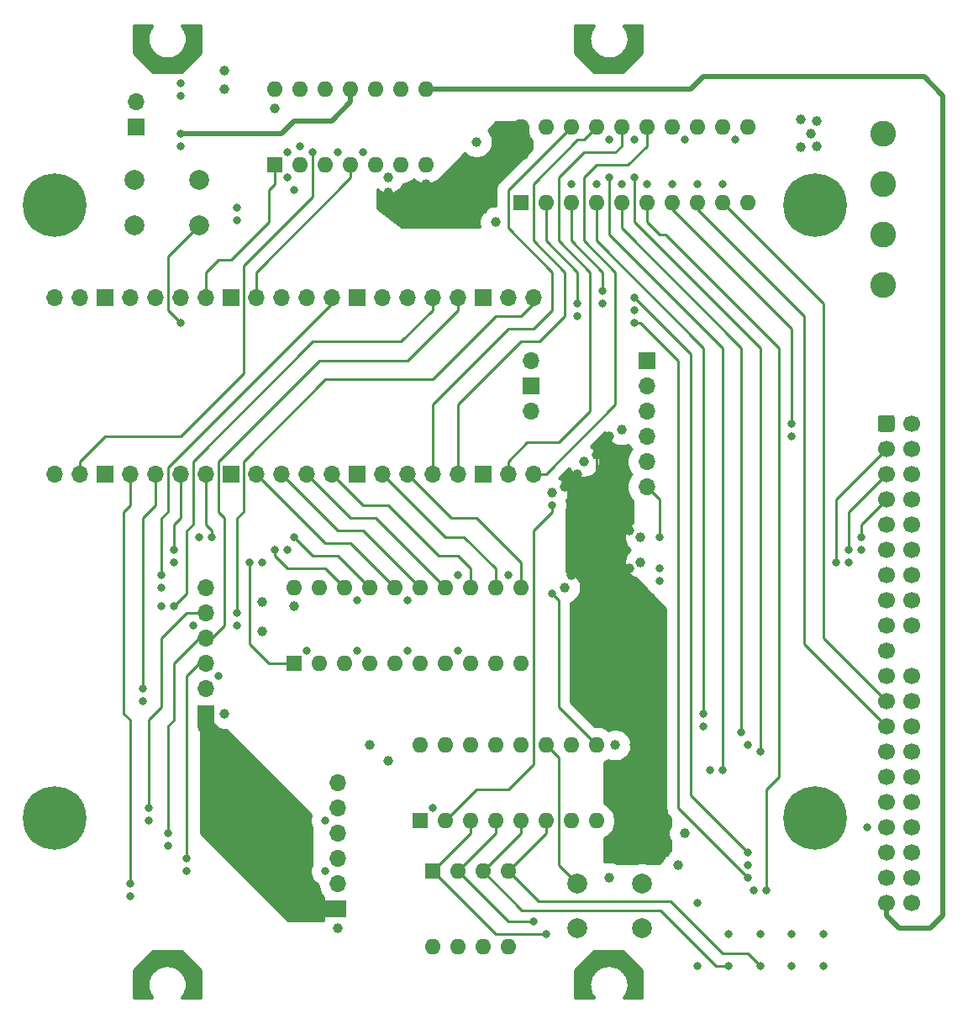
<source format=gbr>
%TF.GenerationSoftware,KiCad,Pcbnew,(5.1.9)-1*%
%TF.CreationDate,2021-10-24T18:26:44+08:00*%
%TF.ProjectId,XTA-35-TH,5854412d-3335-42d5-9448-2e6b69636164,rev?*%
%TF.SameCoordinates,Original*%
%TF.FileFunction,Copper,L3,Inr*%
%TF.FilePolarity,Positive*%
%FSLAX46Y46*%
G04 Gerber Fmt 4.6, Leading zero omitted, Abs format (unit mm)*
G04 Created by KiCad (PCBNEW (5.1.9)-1) date 2021-10-24 18:26:44*
%MOMM*%
%LPD*%
G01*
G04 APERTURE LIST*
%TA.AperFunction,ComponentPad*%
%ADD10O,1.700000X1.700000*%
%TD*%
%TA.AperFunction,ComponentPad*%
%ADD11R,1.700000X1.700000*%
%TD*%
%TA.AperFunction,ComponentPad*%
%ADD12O,1.600000X1.600000*%
%TD*%
%TA.AperFunction,ComponentPad*%
%ADD13R,1.600000X1.600000*%
%TD*%
%TA.AperFunction,ComponentPad*%
%ADD14C,1.700000*%
%TD*%
%TA.AperFunction,ComponentPad*%
%ADD15C,1.000000*%
%TD*%
%TA.AperFunction,ComponentPad*%
%ADD16C,2.000000*%
%TD*%
%TA.AperFunction,ComponentPad*%
%ADD17C,2.600000*%
%TD*%
%TA.AperFunction,ComponentPad*%
%ADD18C,6.400000*%
%TD*%
%TA.AperFunction,ViaPad*%
%ADD19C,0.800000*%
%TD*%
%TA.AperFunction,ViaPad*%
%ADD20C,1.000000*%
%TD*%
%TA.AperFunction,Conductor*%
%ADD21C,1.700000*%
%TD*%
%TA.AperFunction,Conductor*%
%ADD22C,0.250000*%
%TD*%
%TA.AperFunction,Conductor*%
%ADD23C,1.600000*%
%TD*%
%TA.AperFunction,Conductor*%
%ADD24C,0.500000*%
%TD*%
%TA.AperFunction,Conductor*%
%ADD25C,0.254000*%
%TD*%
%TA.AperFunction,Conductor*%
%ADD26C,0.100000*%
%TD*%
G04 APERTURE END LIST*
D10*
%TO.N,DBG_RX*%
%TO.C,U5*%
X153035000Y-76200000D03*
%TO.N,CFG_CLK*%
X155575000Y-76200000D03*
D11*
%TO.N,GND*%
X158115000Y-76200000D03*
D10*
%TO.N,CFG_LATCH*%
X160655000Y-76200000D03*
%TO.N,SD1_CS*%
X163195000Y-76200000D03*
%TO.N,D0_3V3*%
X165735000Y-76200000D03*
%TO.N,D1_3V3*%
X168275000Y-76200000D03*
D11*
%TO.N,GND*%
X170815000Y-76200000D03*
D10*
%TO.N,D2_3V3*%
X173355000Y-76200000D03*
%TO.N,D3_3V3*%
X175895000Y-76200000D03*
%TO.N,D4_3V3*%
X178435000Y-76200000D03*
%TO.N,D5_3V3*%
X180975000Y-76200000D03*
D11*
%TO.N,GND*%
X183515000Y-76200000D03*
D10*
%TO.N,D6_3V3*%
X186055000Y-76200000D03*
%TO.N,D7_3V3*%
X188595000Y-76200000D03*
%TO.N,A0_3V3*%
X191135000Y-76200000D03*
%TO.N,A1_3V3*%
X193675000Y-76200000D03*
D11*
%TO.N,GND*%
X196215000Y-76200000D03*
D10*
%TO.N,AEN_3V3*%
X198755000Y-76200000D03*
%TO.N,~DACK~_3V3*%
X201295000Y-76200000D03*
%TO.N,SPI_RX*%
X201295000Y-58420000D03*
%TO.N,~IOW~_3V3*%
X198755000Y-58420000D03*
D11*
%TO.N,GND*%
X196215000Y-58420000D03*
D10*
%TO.N,SPI_SCK*%
X193675000Y-58420000D03*
%TO.N,SPI_TX*%
X191135000Y-58420000D03*
%TO.N,~IOR~_3V3*%
X188595000Y-58420000D03*
%TO.N,~RESET~_3V3*%
X186055000Y-58420000D03*
D11*
%TO.N,GND*%
X183515000Y-58420000D03*
D10*
%TO.N,DATA_DIR*%
X180975000Y-58420000D03*
%TO.N,Net-(SW3-Pad1)*%
X178435000Y-58420000D03*
%TO.N,~CS~_3V3*%
X175895000Y-58420000D03*
%TO.N,~IRQ~_3V3*%
X173355000Y-58420000D03*
D11*
%TO.N,GND*%
X170815000Y-58420000D03*
D10*
%TO.N,~DRQ~_3V3*%
X168275000Y-58420000D03*
%TO.N,/ADC_VREF*%
X165735000Y-58420000D03*
%TO.N,+3V3*%
X163195000Y-58420000D03*
%TO.N,/3V3_EN*%
X160655000Y-58420000D03*
D11*
%TO.N,GND*%
X158115000Y-58420000D03*
D10*
%TO.N,VSYS*%
X155575000Y-58420000D03*
%TO.N,Net-(U5-Pad40)*%
X153035000Y-58420000D03*
%TO.N,/SWCLK*%
X201065000Y-69850000D03*
D11*
%TO.N,GND*%
X201065000Y-67310000D03*
D10*
%TO.N,/SWDIO*%
X201065000Y-64770000D03*
%TD*%
D12*
%TO.N,VSYS*%
%TO.C,U3*%
X175260000Y-37465000D03*
%TO.N,GND*%
X190500000Y-45085000D03*
%TO.N,CFG_CLK*%
X177800000Y-37465000D03*
%TO.N,IRQ*%
X187960000Y-45085000D03*
%TO.N,GND*%
X180340000Y-37465000D03*
%TO.N,Net-(R4-Pad1)*%
X185420000Y-45085000D03*
%TO.N,Net-(R1-Pad2)*%
X182880000Y-37465000D03*
%TO.N,~IRQ~_3V3*%
X182880000Y-45085000D03*
%TO.N,CFG_CLK*%
X185420000Y-37465000D03*
%TO.N,DRQ*%
X180340000Y-45085000D03*
%TO.N,GND*%
X187960000Y-37465000D03*
%TO.N,Net-(R4-Pad1)*%
X177800000Y-45085000D03*
%TO.N,~DRIVE_ACTIVE*%
X190500000Y-37465000D03*
D13*
%TO.N,~DRQ~_3V3*%
X175260000Y-45085000D03*
%TD*%
D12*
%TO.N,+3V3*%
%TO.C,U4*%
X189865000Y-103505000D03*
%TO.N,GND*%
X207645000Y-111125000D03*
X192405000Y-103505000D03*
%TO.N,Net-(U4-Pad7)*%
X205105000Y-111125000D03*
%TO.N,GND*%
X194945000Y-103505000D03*
%TO.N,/OPTION_4*%
X202565000Y-111125000D03*
%TO.N,GND*%
X197485000Y-103505000D03*
%TO.N,/OPTION_3*%
X200025000Y-111125000D03*
%TO.N,GND*%
X200025000Y-103505000D03*
%TO.N,/RESET_INVERT*%
X197485000Y-111125000D03*
%TO.N,/BOOT_INTERNAL*%
X202565000Y-103505000D03*
%TO.N,/IRQ_SELECT*%
X194945000Y-111125000D03*
%TO.N,GND*%
X205105000Y-103505000D03*
%TO.N,CFG_CLK*%
X192405000Y-111125000D03*
%TO.N,CFG_DATA*%
X207645000Y-103505000D03*
D13*
%TO.N,CFG_LATCH*%
X189865000Y-111125000D03*
%TD*%
D12*
%TO.N,+3V3*%
%TO.C,U1*%
X177165000Y-87630000D03*
%TO.N,GND*%
X200025000Y-95250000D03*
X179705000Y-87630000D03*
%TO.N,D7*%
X197485000Y-95250000D03*
%TO.N,D0_3V3*%
X182245000Y-87630000D03*
%TO.N,D6*%
X194945000Y-95250000D03*
%TO.N,D1_3V3*%
X184785000Y-87630000D03*
%TO.N,D5*%
X192405000Y-95250000D03*
%TO.N,D2_3V3*%
X187325000Y-87630000D03*
%TO.N,D4*%
X189865000Y-95250000D03*
%TO.N,D3_3V3*%
X189865000Y-87630000D03*
%TO.N,D3*%
X187325000Y-95250000D03*
%TO.N,D4_3V3*%
X192405000Y-87630000D03*
%TO.N,D2*%
X184785000Y-95250000D03*
%TO.N,D5_3V3*%
X194945000Y-87630000D03*
%TO.N,D1*%
X182245000Y-95250000D03*
%TO.N,D6_3V3*%
X197485000Y-87630000D03*
%TO.N,D0*%
X179705000Y-95250000D03*
%TO.N,D7_3V3*%
X200025000Y-87630000D03*
D13*
%TO.N,DATA_DIR*%
X177165000Y-95250000D03*
%TD*%
D12*
%TO.N,+3V3*%
%TO.C,U2*%
X200025000Y-41275000D03*
%TO.N,GND*%
X222885000Y-48895000D03*
X202565000Y-41275000D03*
%TO.N,~IOW*%
X220345000Y-48895000D03*
%TO.N,A0_3V3*%
X205105000Y-41275000D03*
%TO.N,~IOR*%
X217805000Y-48895000D03*
%TO.N,A1_3V3*%
X207645000Y-41275000D03*
%TO.N,~RESET*%
X215265000Y-48895000D03*
%TO.N,AEN_3V3*%
X210185000Y-41275000D03*
%TO.N,~CS*%
X212725000Y-48895000D03*
%TO.N,~DACK~_3V3*%
X212725000Y-41275000D03*
%TO.N,~DACK*%
X210185000Y-48895000D03*
%TO.N,~CS~_3V3*%
X215265000Y-41275000D03*
%TO.N,AEN*%
X207645000Y-48895000D03*
%TO.N,~RESET~_3V3*%
X217805000Y-41275000D03*
%TO.N,A1*%
X205105000Y-48895000D03*
%TO.N,~IOR~_3V3*%
X220345000Y-41275000D03*
%TO.N,A0*%
X202565000Y-48895000D03*
%TO.N,~IOW~_3V3*%
X222885000Y-41275000D03*
D13*
%TO.N,GND*%
X200025000Y-48895000D03*
%TD*%
D10*
%TO.N,DBG_RX*%
%TO.C,J6*%
X212725000Y-77470000D03*
%TO.N,GND*%
X212725000Y-74930000D03*
%TO.N,CFG_CLK*%
X212725000Y-72390000D03*
%TO.N,/SWCLK*%
X212725000Y-69850000D03*
%TO.N,GND*%
X212725000Y-67310000D03*
D11*
%TO.N,/SWDIO*%
X212725000Y-64770000D03*
%TD*%
D10*
%TO.N,GND*%
%TO.C,J5*%
X168275000Y-87630000D03*
%TO.N,SPI_RX*%
X168275000Y-90170000D03*
%TO.N,SPI_SCK*%
X168275000Y-92710000D03*
%TO.N,SPI_TX*%
X168275000Y-95250000D03*
%TO.N,SD1_CS*%
X168275000Y-97790000D03*
D11*
%TO.N,+3V3*%
X168275000Y-100330000D03*
%TD*%
D10*
%TO.N,GND*%
%TO.C,J4*%
X181610000Y-107315000D03*
%TO.N,SPI_RX*%
X181610000Y-109855000D03*
%TO.N,SPI_SCK*%
X181610000Y-112395000D03*
%TO.N,SPI_TX*%
X181610000Y-114935000D03*
%TO.N,CFG_LATCH*%
X181610000Y-117475000D03*
D11*
%TO.N,+3V3*%
X181610000Y-120015000D03*
%TD*%
D14*
%TO.N,GND*%
%TO.C,J1*%
X239395000Y-119380000D03*
X239395000Y-116840000D03*
X239395000Y-114300000D03*
%TO.N,Net-(J1-Pad34)*%
X239395000Y-111760000D03*
%TO.N,GND*%
X239395000Y-109220000D03*
X239395000Y-106680000D03*
X239395000Y-104140000D03*
X239395000Y-101600000D03*
X239395000Y-99060000D03*
X239395000Y-96520000D03*
X239395000Y-91440000D03*
X239395000Y-88900000D03*
X239395000Y-86360000D03*
X239395000Y-83820000D03*
X239395000Y-81280000D03*
X239395000Y-78740000D03*
X239395000Y-76200000D03*
X239395000Y-73660000D03*
X239395000Y-71120000D03*
%TO.N,~DRIVE_ACTIVE*%
X236855000Y-119380000D03*
%TO.N,~CS*%
X236855000Y-116840000D03*
%TO.N,A0*%
X236855000Y-114300000D03*
%TO.N,A1*%
X236855000Y-111760000D03*
%TO.N,IRQ*%
X236855000Y-109220000D03*
%TO.N,DRQ*%
X236855000Y-106680000D03*
%TO.N,~DACK*%
X236855000Y-104140000D03*
%TO.N,~IOR*%
X236855000Y-101600000D03*
%TO.N,~IOW*%
X236855000Y-99060000D03*
%TO.N,AEN*%
X236855000Y-96520000D03*
%TO.N,GND*%
X236855000Y-93980000D03*
%TO.N,D0*%
X236855000Y-91440000D03*
%TO.N,D1*%
X236855000Y-88900000D03*
%TO.N,D2*%
X236855000Y-86360000D03*
%TO.N,D3*%
X236855000Y-83820000D03*
%TO.N,D4*%
X236855000Y-81280000D03*
%TO.N,D5*%
X236855000Y-78740000D03*
%TO.N,D6*%
X236855000Y-76200000D03*
%TO.N,D7*%
X236855000Y-73660000D03*
%TO.N,~RESET*%
%TA.AperFunction,ComponentPad*%
G36*
G01*
X236005000Y-71720000D02*
X236005000Y-70520000D01*
G75*
G02*
X236255000Y-70270000I250000J0D01*
G01*
X237455000Y-70270000D01*
G75*
G02*
X237705000Y-70520000I0J-250000D01*
G01*
X237705000Y-71720000D01*
G75*
G02*
X237455000Y-71970000I-250000J0D01*
G01*
X236255000Y-71970000D01*
G75*
G02*
X236005000Y-71720000I0J250000D01*
G01*
G37*
%TD.AperFunction*%
%TD*%
D15*
%TO.N,/MOUNTING_3*%
%TO.C,MH3*%
X161945449Y-128254482D03*
X166894495Y-127111904D03*
X166411547Y-126076220D03*
X163296537Y-125357063D03*
X166874551Y-128254482D03*
X161925505Y-127111904D03*
X162408453Y-126076220D03*
X165523463Y-125357063D03*
X164410000Y-125100000D03*
%TD*%
%TO.N,/MOUNTING_2*%
%TO.C,MH2*%
X211374551Y-31775518D03*
X206425505Y-32918096D03*
X206908453Y-33953780D03*
X210023463Y-34672937D03*
X206445449Y-31775518D03*
X211394495Y-32918096D03*
X210911547Y-33953780D03*
X207796537Y-34672937D03*
X208910000Y-34930000D03*
%TD*%
%TO.N,/MOUNTING_1*%
%TO.C,MH1*%
X166874551Y-31775518D03*
X161925505Y-32918096D03*
X162408453Y-33953780D03*
X165523463Y-34672937D03*
X161945449Y-31775518D03*
X166894495Y-32918096D03*
X166411547Y-33953780D03*
X163296537Y-34672937D03*
X164410000Y-34930000D03*
%TD*%
%TO.N,/MOUNTING_4*%
%TO.C,MH4*%
X206445449Y-128254482D03*
X211394495Y-127111904D03*
X210911547Y-126076220D03*
X207796537Y-125357063D03*
X211374551Y-128254482D03*
X206425505Y-127111904D03*
X206908453Y-126076220D03*
X210023463Y-125357063D03*
X208910000Y-125100000D03*
%TD*%
D16*
%TO.N,Net-(SW3-Pad1)*%
%TO.C,SW3*%
X161140000Y-51120000D03*
%TO.N,GND*%
X161140000Y-46620000D03*
%TO.N,Net-(SW3-Pad1)*%
X167640000Y-51120000D03*
%TO.N,GND*%
X167640000Y-46620000D03*
%TD*%
%TO.N,/BOOT_INTERNAL*%
%TO.C,SW2*%
X212240000Y-117475000D03*
%TO.N,GND*%
X212240000Y-121975000D03*
%TO.N,/BOOT_INTERNAL*%
X205740000Y-117475000D03*
%TO.N,GND*%
X205740000Y-121975000D03*
%TD*%
D13*
%TO.N,/IRQ_SELECT*%
%TO.C,SW1*%
X191135000Y-116205000D03*
D12*
%TO.N,GND*%
X198755000Y-123825000D03*
%TO.N,/RESET_INVERT*%
X193675000Y-116205000D03*
%TO.N,GND*%
X196215000Y-123825000D03*
%TO.N,/OPTION_3*%
X196215000Y-116205000D03*
%TO.N,GND*%
X193675000Y-123825000D03*
%TO.N,/OPTION_4*%
X198755000Y-116205000D03*
%TO.N,GND*%
X191135000Y-123825000D03*
%TD*%
D10*
%TO.N,Net-(J3-Pad2)*%
%TO.C,J3*%
X161290000Y-38735000D03*
D11*
%TO.N,Net-(J3-Pad1)*%
X161290000Y-41275000D03*
%TD*%
D17*
%TO.N,/5V_IN*%
%TO.C,J2*%
X236550000Y-41910000D03*
%TO.N,GND*%
X236550000Y-46990000D03*
X236550000Y-52070000D03*
%TO.N,Net-(J2-Pad1)*%
X236550000Y-57150000D03*
%TD*%
D18*
%TO.N,N/C*%
%TO.C,MH5*%
X153090000Y-49150000D03*
%TD*%
%TO.N,N/C*%
%TO.C,MH7*%
X153090000Y-110870000D03*
%TD*%
%TO.N,N/C*%
%TO.C,MH8*%
X229690000Y-110870000D03*
%TD*%
%TO.N,N/C*%
%TO.C,MH6*%
X229690000Y-49150000D03*
%TD*%
D19*
%TO.N,GND*%
X234315000Y-83820000D03*
X233045000Y-85090000D03*
X227330000Y-72390000D03*
D20*
X175260000Y-39370000D03*
D19*
X167640000Y-82550000D03*
X165100000Y-85090000D03*
X173990000Y-85090000D03*
X176530000Y-83820000D03*
X163830000Y-87630000D03*
D20*
X181610000Y-121920000D03*
X170180000Y-100330000D03*
D19*
X180340000Y-116205000D03*
X180340000Y-111125000D03*
X191135000Y-109855000D03*
X234950000Y-111760000D03*
X166370000Y-116205000D03*
X160655000Y-118745000D03*
X161925000Y-99060000D03*
X162560000Y-111125000D03*
X164465000Y-113665000D03*
X169545000Y-96520000D03*
X167005000Y-91440000D03*
D20*
X173990000Y-89105000D03*
X173990000Y-92055000D03*
X195580000Y-42750000D03*
D19*
X222885000Y-103505000D03*
X218440000Y-101600000D03*
X219075000Y-106045000D03*
X211455000Y-59690000D03*
X222885000Y-115570000D03*
X223520000Y-118110000D03*
D20*
X210185000Y-71755000D03*
X203200000Y-78105000D03*
X206375000Y-74930000D03*
X208915000Y-116840000D03*
X215900000Y-115570000D03*
X209550000Y-103505000D03*
X216535000Y-112395000D03*
X186690000Y-105055010D03*
X177165000Y-89535000D03*
X204470000Y-87630000D03*
X212090000Y-82550000D03*
X212090000Y-85090000D03*
D19*
X221615000Y-42545000D03*
X216535000Y-42545000D03*
X211455000Y-42545000D03*
X208915000Y-42545000D03*
X220345000Y-46990000D03*
X217805000Y-46990000D03*
X215265000Y-46990000D03*
X212725000Y-46990000D03*
X210185000Y-46990000D03*
X207645000Y-46990000D03*
X205105000Y-46990000D03*
X193675000Y-93980000D03*
X188595000Y-93980000D03*
X183515000Y-93980000D03*
X178435000Y-93980000D03*
X198755000Y-86360000D03*
X193675000Y-86360000D03*
X188595000Y-88900000D03*
X183515000Y-88900000D03*
X184150000Y-43815000D03*
X176530000Y-43815000D03*
D20*
X170180000Y-35560000D03*
X229870000Y-43180000D03*
X229870000Y-40640000D03*
D19*
X213995000Y-86995000D03*
D20*
X186690000Y-46355000D03*
X197485000Y-50800000D03*
D19*
X171450000Y-91440000D03*
X163830000Y-89535000D03*
X177800000Y-43180000D03*
X181610000Y-43815000D03*
X165735000Y-43180000D03*
X165735000Y-36830000D03*
X171450000Y-50673000D03*
X208280000Y-59055000D03*
X205740000Y-60325000D03*
X176530000Y-46355000D03*
D20*
%TO.N,+3V3*%
X208915000Y-72390000D03*
X196215000Y-49530000D03*
D19*
X230505000Y-122555000D03*
X227330000Y-122555000D03*
X224155000Y-122555000D03*
X220980000Y-122555000D03*
X217805000Y-119380000D03*
D20*
X184785000Y-103505000D03*
X204470000Y-77470000D03*
X205740000Y-76200000D03*
X207645000Y-74295000D03*
X208915000Y-114935000D03*
X214630000Y-114300000D03*
X208915000Y-109220000D03*
X208915000Y-105410000D03*
X208915000Y-101600000D03*
X211455000Y-103505000D03*
X214630000Y-111760000D03*
X208915000Y-113030000D03*
X205105000Y-86360000D03*
X211010010Y-85725000D03*
X211010010Y-81915000D03*
X190500000Y-46990000D03*
X186690000Y-47879000D03*
%TO.N,VSYS*%
X229235000Y-41910000D03*
D19*
X165735000Y-38100000D03*
D20*
X228219000Y-40513000D03*
X228219000Y-43307000D03*
X170180000Y-37465000D03*
D19*
X171450000Y-49403000D03*
%TO.N,Net-(R1-Pad2)*%
X165735000Y-41910000D03*
%TO.N,CFG_DATA*%
X213995000Y-85725000D03*
X203200000Y-88265000D03*
%TO.N,DBG_RX*%
X213995000Y-82550000D03*
%TO.N,DATA_DIR*%
X172720000Y-85090000D03*
X163830000Y-86360000D03*
%TO.N,Net-(SW3-Pad1)*%
X165735000Y-60960000D03*
%TO.N,D1_3V3*%
X168910000Y-82550000D03*
X177165000Y-82550000D03*
%TO.N,D0_3V3*%
X165100000Y-83820000D03*
X175260000Y-83820000D03*
%TO.N,CFG_CLK*%
X203200000Y-79375000D03*
X179070000Y-43815000D03*
%TO.N,/BOOT_INTERNAL*%
X230505000Y-125730000D03*
%TO.N,~CS*%
X224790000Y-118110000D03*
%TO.N,A0*%
X211455000Y-60960000D03*
X222885000Y-116840000D03*
X205740000Y-59055000D03*
%TO.N,A1*%
X211455000Y-58420000D03*
X222885000Y-114300000D03*
X208280000Y-57785000D03*
%TO.N,IRQ*%
X220345000Y-106045000D03*
X208915000Y-46355000D03*
%TO.N,DRQ*%
X224155000Y-104140000D03*
X211455000Y-46355000D03*
%TO.N,~DACK*%
X222250000Y-102235000D03*
%TO.N,AEN*%
X218440000Y-100330000D03*
%TO.N,D5*%
X234315000Y-82550000D03*
%TO.N,D6*%
X233045000Y-83820000D03*
%TO.N,D7*%
X231775000Y-85090000D03*
%TO.N,~RESET*%
X227330000Y-71120000D03*
%TO.N,/IRQ_SELECT*%
X202565000Y-122555000D03*
X217805000Y-125730000D03*
%TO.N,/RESET_INVERT*%
X227330000Y-125730000D03*
X201295000Y-121285000D03*
%TO.N,CFG_LATCH*%
X160655000Y-117475000D03*
%TO.N,Net-(R4-Pad1)*%
X177165000Y-47625000D03*
%TO.N,SD1_CS*%
X161925000Y-97790000D03*
%TO.N,/OPTION_3*%
X220980000Y-125730000D03*
%TO.N,/OPTION_4*%
X224155000Y-125730000D03*
%TO.N,SPI_RX*%
X162560000Y-109855000D03*
X171450000Y-90170000D03*
%TO.N,SPI_SCK*%
X164465000Y-112395000D03*
%TO.N,SPI_TX*%
X166370000Y-114935012D03*
X165100000Y-89535000D03*
%TD*%
D21*
%TO.N,+3V3*%
X181610000Y-120015000D02*
X178435000Y-120015000D01*
X168275000Y-100330000D02*
X168275000Y-101600000D01*
X168275000Y-101600000D02*
X170180000Y-103505000D01*
D22*
X207645000Y-86360000D02*
X205105000Y-86360000D01*
X207645000Y-74295000D02*
X207645000Y-86360000D01*
D23*
X200025000Y-41275000D02*
X200025000Y-43815000D01*
D22*
X200025000Y-43815000D02*
X200025000Y-44450000D01*
X196215000Y-48260000D02*
X196215000Y-49530000D01*
X200025000Y-44450000D02*
X196215000Y-48260000D01*
X187071000Y-48260000D02*
X186690000Y-47879000D01*
X190500000Y-46990000D02*
X190500000Y-48260000D01*
X190500000Y-48260000D02*
X187071000Y-48260000D01*
X196215000Y-48260000D02*
X190500000Y-48260000D01*
D24*
%TO.N,Net-(R1-Pad2)*%
X182880000Y-38735000D02*
X182880000Y-37465000D01*
X177165000Y-40640000D02*
X175895000Y-41910000D01*
X180975000Y-40640000D02*
X177165000Y-40640000D01*
X165735000Y-41910000D02*
X175895000Y-41910000D01*
X180975000Y-40640000D02*
X182880000Y-38735000D01*
D22*
%TO.N,CFG_DATA*%
X203835000Y-99695000D02*
X207645000Y-103505000D01*
X203835000Y-88900000D02*
X203835000Y-99695000D01*
X203200000Y-88265000D02*
X203835000Y-88900000D01*
%TO.N,DBG_RX*%
X213995000Y-78740000D02*
X212725000Y-77470000D01*
X213995000Y-82550000D02*
X213995000Y-78740000D01*
%TO.N,DATA_DIR*%
X172720000Y-93345000D02*
X172720000Y-85090000D01*
X174625000Y-95250000D02*
X172720000Y-93345000D01*
X177165000Y-95250000D02*
X174625000Y-95250000D01*
X180975000Y-59055000D02*
X180975000Y-58420000D01*
X164465000Y-75565000D02*
X180975000Y-59055000D01*
X164465000Y-80010000D02*
X164465000Y-75565000D01*
X163830000Y-80645000D02*
X164465000Y-80010000D01*
X163830000Y-86360000D02*
X163830000Y-80645000D01*
%TO.N,Net-(SW3-Pad1)*%
X164465000Y-59690000D02*
X165735000Y-60960000D01*
X164465000Y-54295000D02*
X164465000Y-59690000D01*
X167640000Y-51120000D02*
X164465000Y-54295000D01*
%TO.N,~IRQ~_3V3*%
X182880000Y-46355000D02*
X182880000Y-45085000D01*
X173355000Y-55880000D02*
X182880000Y-46355000D01*
X173355000Y-58420000D02*
X173355000Y-55880000D01*
%TO.N,~DRQ~_3V3*%
X168275000Y-55880000D02*
X168275000Y-58420000D01*
X169545000Y-54610000D02*
X168275000Y-55880000D01*
X170815000Y-54610000D02*
X169545000Y-54610000D01*
X174625000Y-50800000D02*
X170815000Y-54610000D01*
X174625000Y-47625000D02*
X174625000Y-50800000D01*
X175260000Y-46990000D02*
X174625000Y-47625000D01*
X175260000Y-45085000D02*
X175260000Y-46990000D01*
%TO.N,~DACK~_3V3*%
X209550000Y-55880000D02*
X206375000Y-52705000D01*
X209550000Y-69215000D02*
X209550000Y-55880000D01*
X202565000Y-76200000D02*
X209550000Y-69215000D01*
X201295000Y-76200000D02*
X202565000Y-76200000D01*
X210820000Y-45085000D02*
X212725000Y-43180000D01*
X207645000Y-45085000D02*
X210820000Y-45085000D01*
X206375000Y-46355000D02*
X207645000Y-45085000D01*
X212725000Y-43180000D02*
X212725000Y-41275000D01*
X206375000Y-52705000D02*
X206375000Y-46355000D01*
%TO.N,AEN_3V3*%
X207010000Y-55880000D02*
X203835000Y-52705000D01*
X207010000Y-69850000D02*
X207010000Y-55880000D01*
X203835000Y-73025000D02*
X207010000Y-69850000D01*
X200660000Y-73025000D02*
X203835000Y-73025000D01*
X198755000Y-74930000D02*
X200660000Y-73025000D01*
X198755000Y-76200000D02*
X198755000Y-74930000D01*
X209550000Y-43815000D02*
X210185000Y-43180000D01*
X206375000Y-43815000D02*
X209550000Y-43815000D01*
X203835000Y-46355000D02*
X206375000Y-43815000D01*
X210185000Y-43180000D02*
X210185000Y-41275000D01*
X203835000Y-52705000D02*
X203835000Y-46355000D01*
%TO.N,A1_3V3*%
X204470000Y-60325000D02*
X204470000Y-55880000D01*
X201930000Y-62865000D02*
X204470000Y-60325000D01*
X200025000Y-62865000D02*
X201930000Y-62865000D01*
X204470000Y-55880000D02*
X201295000Y-52705000D01*
X193675000Y-69215000D02*
X200025000Y-62865000D01*
X193675000Y-76200000D02*
X193675000Y-69215000D01*
X206375000Y-42545000D02*
X207645000Y-41275000D01*
X205740000Y-42545000D02*
X206375000Y-42545000D01*
X201295000Y-46990000D02*
X205740000Y-42545000D01*
X201295000Y-52705000D02*
X201295000Y-46990000D01*
%TO.N,A0_3V3*%
X201295000Y-61595000D02*
X198755000Y-61595000D01*
X203200000Y-59690000D02*
X201295000Y-61595000D01*
X203200000Y-55880000D02*
X203200000Y-59690000D01*
X198755000Y-51435000D02*
X203200000Y-55880000D01*
X198755000Y-61595000D02*
X191135000Y-69215000D01*
X191135000Y-69215000D02*
X191135000Y-76200000D01*
X198755000Y-48260000D02*
X198755000Y-51435000D01*
X198755000Y-47625000D02*
X198755000Y-48260000D01*
X205105000Y-41275000D02*
X198755000Y-47625000D01*
%TO.N,D7_3V3*%
X200025000Y-85090000D02*
X200025000Y-87630000D01*
X195580000Y-80645000D02*
X200025000Y-85090000D01*
X193040000Y-80645000D02*
X195580000Y-80645000D01*
X188595000Y-76200000D02*
X193040000Y-80645000D01*
%TO.N,D6_3V3*%
X197485000Y-85725000D02*
X197485000Y-87630000D01*
X194310000Y-82550000D02*
X197485000Y-85725000D01*
X192405000Y-82550000D02*
X194310000Y-82550000D01*
X186055000Y-76200000D02*
X192405000Y-82550000D01*
%TO.N,D5_3V3*%
X191770000Y-84455000D02*
X193675000Y-84455000D01*
X193675000Y-84455000D02*
X194945000Y-85725000D01*
X186690000Y-79375000D02*
X191770000Y-84455000D01*
X194945000Y-85725000D02*
X194945000Y-87630000D01*
X184150000Y-79375000D02*
X186690000Y-79375000D01*
X180975000Y-76200000D02*
X184150000Y-79375000D01*
%TO.N,D4_3V3*%
X185420000Y-80645000D02*
X192405000Y-87630000D01*
X182880000Y-80645000D02*
X185420000Y-80645000D01*
X178435000Y-76200000D02*
X182880000Y-80645000D01*
%TO.N,D3_3V3*%
X184150000Y-81915000D02*
X189865000Y-87630000D01*
X181610000Y-81915000D02*
X184150000Y-81915000D01*
X175895000Y-76200000D02*
X181610000Y-81915000D01*
%TO.N,D2_3V3*%
X182880000Y-83185000D02*
X187325000Y-87630000D01*
X180340000Y-83185000D02*
X182880000Y-83185000D01*
X173355000Y-76200000D02*
X180340000Y-83185000D01*
%TO.N,D1_3V3*%
X168910000Y-81915000D02*
X168910000Y-82550000D01*
X168275000Y-81280000D02*
X168910000Y-81915000D01*
X168275000Y-76200000D02*
X168275000Y-81280000D01*
X181610000Y-84455000D02*
X184785000Y-87630000D01*
X179070000Y-84455000D02*
X181610000Y-84455000D01*
X177165000Y-82550000D02*
X179070000Y-84455000D01*
%TO.N,D0_3V3*%
X165735000Y-80645000D02*
X165735000Y-76200000D01*
X165100000Y-81280000D02*
X165735000Y-80645000D01*
X165100000Y-83820000D02*
X165100000Y-81280000D01*
X175260000Y-84455000D02*
X176530000Y-85725000D01*
X175260000Y-83820000D02*
X175260000Y-84455000D01*
X180340000Y-85725000D02*
X182245000Y-87630000D01*
X176530000Y-85725000D02*
X180340000Y-85725000D01*
%TO.N,CFG_CLK*%
X195580000Y-107950000D02*
X192405000Y-111125000D01*
X198755000Y-107950000D02*
X195580000Y-107950000D01*
X201295000Y-105410000D02*
X198755000Y-107950000D01*
X201295000Y-81915000D02*
X201295000Y-105410000D01*
X203200000Y-80010000D02*
X201295000Y-81915000D01*
X203200000Y-79375000D02*
X203200000Y-80010000D01*
X155575000Y-74930000D02*
X155575000Y-76200000D01*
X158115000Y-72390000D02*
X155575000Y-74930000D01*
X172085000Y-66040000D02*
X165735000Y-72390000D01*
X172085000Y-55244295D02*
X172085000Y-66040000D01*
X179070000Y-48259295D02*
X172085000Y-55244295D01*
X165735000Y-72390000D02*
X158115000Y-72390000D01*
X179070000Y-43815000D02*
X179070000Y-48259295D01*
%TO.N,/BOOT_INTERNAL*%
X203835000Y-104775000D02*
X202565000Y-103505000D01*
X203835000Y-115570000D02*
X203835000Y-104775000D01*
X205740000Y-117475000D02*
X203835000Y-115570000D01*
D24*
%TO.N,~DRIVE_ACTIVE*%
X217170000Y-37465000D02*
X190500000Y-37465000D01*
X240665000Y-36195000D02*
X218440000Y-36195000D01*
X218440000Y-36195000D02*
X217170000Y-37465000D01*
X242570000Y-38100000D02*
X240665000Y-36195000D01*
X242570000Y-120650000D02*
X242570000Y-38100000D01*
X241300000Y-121920000D02*
X242570000Y-120650000D01*
X238125000Y-121920000D02*
X241300000Y-121920000D01*
X236855000Y-120650000D02*
X238125000Y-121920000D01*
X236855000Y-119380000D02*
X236855000Y-120650000D01*
D22*
%TO.N,~CS*%
X224790000Y-107950000D02*
X224790000Y-118110000D01*
X226060000Y-106680000D02*
X224790000Y-107950000D01*
X226060000Y-63500000D02*
X226060000Y-106680000D01*
X214630000Y-52070000D02*
X226060000Y-63500000D01*
X213995000Y-52070000D02*
X214630000Y-52070000D01*
X212725000Y-50800000D02*
X213995000Y-52070000D01*
X212725000Y-48895000D02*
X212725000Y-50800000D01*
%TO.N,A0*%
X212090000Y-60960000D02*
X211455000Y-60960000D01*
X215900000Y-109855000D02*
X215900000Y-64770000D01*
X215900000Y-64770000D02*
X212090000Y-60960000D01*
X222885000Y-116840000D02*
X215900000Y-109855000D01*
X202565000Y-52705000D02*
X202565000Y-49530000D01*
X205740000Y-55880000D02*
X202565000Y-52705000D01*
X205740000Y-59055000D02*
X205740000Y-55880000D01*
%TO.N,A1*%
X217170000Y-64135000D02*
X211455000Y-58420000D01*
X217170000Y-108585000D02*
X217170000Y-64135000D01*
X222885000Y-114300000D02*
X217170000Y-108585000D01*
X205105000Y-52705000D02*
X205105000Y-49530000D01*
X208280000Y-55880000D02*
X205105000Y-52705000D01*
X208280000Y-57785000D02*
X208280000Y-55880000D01*
%TO.N,IRQ*%
X220345000Y-63501410D02*
X220345000Y-106045000D01*
X208915000Y-52070000D02*
X220345000Y-63500000D01*
X208915000Y-46355000D02*
X208915000Y-52070000D01*
%TO.N,DRQ*%
X224155000Y-63500000D02*
X224155000Y-104140000D01*
X211455000Y-50800000D02*
X224155000Y-63500000D01*
X211455000Y-46355000D02*
X211455000Y-50800000D01*
%TO.N,~DACK*%
X222239921Y-102224921D02*
X222250000Y-102235000D01*
X222239921Y-64124921D02*
X222239921Y-102224921D01*
X222250000Y-63500000D02*
X210185000Y-51435000D01*
X222250000Y-64135000D02*
X222250000Y-63500000D01*
X210185000Y-51435000D02*
X210185000Y-49530000D01*
%TO.N,~IOR*%
X217805000Y-49530000D02*
X228600000Y-60325000D01*
X228600000Y-93345000D02*
X236855000Y-101600000D01*
X228600000Y-60325000D02*
X228600000Y-93345000D01*
%TO.N,~IOW*%
X230505000Y-59055000D02*
X220345000Y-48895000D01*
X230505000Y-92710000D02*
X230505000Y-59055000D01*
X236855000Y-99060000D02*
X230505000Y-92710000D01*
%TO.N,AEN*%
X218440000Y-63500000D02*
X218440000Y-100330000D01*
X207645000Y-52705000D02*
X218440000Y-63500000D01*
X207645000Y-49530000D02*
X207645000Y-52705000D01*
%TO.N,D5*%
X234315000Y-81280000D02*
X236855000Y-78740000D01*
X234315000Y-82550000D02*
X234315000Y-81280000D01*
%TO.N,D6*%
X233045000Y-80010000D02*
X236855000Y-76200000D01*
X233045000Y-83820000D02*
X233045000Y-80010000D01*
%TO.N,D7*%
X231775000Y-78740000D02*
X236855000Y-73660000D01*
X231775000Y-85090000D02*
X231775000Y-78740000D01*
%TO.N,~RESET*%
X227330000Y-61595000D02*
X215265000Y-49530000D01*
X227330000Y-71120000D02*
X227330000Y-61595000D01*
%TO.N,/IRQ_SELECT*%
X194945000Y-112395000D02*
X194945000Y-111125000D01*
X191135000Y-116205000D02*
X194945000Y-112395000D01*
X197485000Y-122555000D02*
X202565000Y-122555000D01*
X191135000Y-116205000D02*
X197485000Y-122555000D01*
%TO.N,/RESET_INVERT*%
X197485000Y-112395000D02*
X197485000Y-111125000D01*
X193675000Y-116205000D02*
X197485000Y-112395000D01*
X193675000Y-116205000D02*
X198755000Y-121285000D01*
X198755000Y-121285000D02*
X201295000Y-121285000D01*
%TO.N,CFG_LATCH*%
X160655000Y-100965000D02*
X160655000Y-117475000D01*
X160020000Y-100330000D02*
X160655000Y-100965000D01*
X160020000Y-80010000D02*
X160020000Y-100330000D01*
X160655000Y-79375000D02*
X160020000Y-80010000D01*
X160655000Y-76200000D02*
X160655000Y-79375000D01*
%TO.N,SD1_CS*%
X161925000Y-80645000D02*
X161925000Y-97790000D01*
X163195000Y-79375000D02*
X161925000Y-80645000D01*
X163195000Y-76200000D02*
X163195000Y-79375000D01*
%TO.N,/OPTION_3*%
X200025000Y-112395000D02*
X200025000Y-111125000D01*
X196215000Y-116205000D02*
X200025000Y-112395000D01*
X200152000Y-120142000D02*
X196215000Y-116205000D01*
X214122000Y-120142000D02*
X200152000Y-120142000D01*
X219710000Y-125730000D02*
X214122000Y-120142000D01*
X220980000Y-125730000D02*
X219710000Y-125730000D01*
%TO.N,/OPTION_4*%
X202565000Y-112395000D02*
X202565000Y-111125000D01*
X198755000Y-116205000D02*
X202565000Y-112395000D01*
X201803000Y-119253000D02*
X198755000Y-116205000D01*
X215138000Y-119253000D02*
X201803000Y-119253000D01*
X220345000Y-124460000D02*
X215138000Y-119253000D01*
X222885000Y-124460000D02*
X220345000Y-124460000D01*
X224155000Y-125730000D02*
X222885000Y-124460000D01*
%TO.N,SPI_RX*%
X168275000Y-90170000D02*
X167640000Y-90170000D01*
X163830000Y-99695000D02*
X163830000Y-92710000D01*
X162560000Y-100965000D02*
X163830000Y-99695000D01*
X162560000Y-109855000D02*
X162560000Y-100965000D01*
X201295000Y-59055000D02*
X201295000Y-58420000D01*
X200025000Y-60325000D02*
X201295000Y-59055000D01*
X197485000Y-60325000D02*
X200025000Y-60325000D01*
X172085000Y-74950749D02*
X180360749Y-66675000D01*
X191135000Y-66675000D02*
X197485000Y-60325000D01*
X172085000Y-80010000D02*
X172085000Y-74950749D01*
X171450000Y-80645000D02*
X172085000Y-80010000D01*
X180360749Y-66675000D02*
X191135000Y-66675000D01*
X171450000Y-90170000D02*
X171450000Y-80645000D01*
X168275000Y-90170000D02*
X166370000Y-90170000D01*
X166370000Y-90170000D02*
X163830000Y-92710000D01*
%TO.N,SPI_SCK*%
X167640000Y-92710000D02*
X168275000Y-92710000D01*
X165100000Y-95250000D02*
X167640000Y-92710000D01*
X165100000Y-100965000D02*
X165100000Y-95250000D01*
X164465000Y-101600000D02*
X165100000Y-100965000D01*
X164465000Y-112395000D02*
X164465000Y-101600000D01*
X168910000Y-92710000D02*
X168275000Y-92710000D01*
X170180000Y-80645000D02*
X170180000Y-91440000D01*
X169545000Y-80010000D02*
X170180000Y-80645000D01*
X169545000Y-74930000D02*
X169545000Y-80010000D01*
X179705000Y-64770000D02*
X169545000Y-74930000D01*
X188595000Y-64770000D02*
X179705000Y-64770000D01*
X193675000Y-59690000D02*
X188595000Y-64770000D01*
X170180000Y-91440000D02*
X168910000Y-92710000D01*
X193675000Y-58420000D02*
X193675000Y-59690000D01*
%TO.N,SPI_TX*%
X166370000Y-96520000D02*
X166370000Y-114935012D01*
X167640000Y-95250000D02*
X166370000Y-96520000D01*
X168275000Y-95250000D02*
X167640000Y-95250000D01*
X168275000Y-95250000D02*
X168910000Y-95250000D01*
X166370000Y-81915000D02*
X166370000Y-88265000D01*
X167005000Y-81280000D02*
X166370000Y-81915000D01*
X167005000Y-74930000D02*
X167005000Y-81280000D01*
X179070000Y-62865000D02*
X167005000Y-74930000D01*
X187960000Y-62865000D02*
X179070000Y-62865000D01*
X166370000Y-88265000D02*
X165100000Y-89535000D01*
X191135000Y-59690000D02*
X187960000Y-62865000D01*
X191135000Y-58420000D02*
X191135000Y-59690000D01*
%TD*%
D25*
%TO.N,/MOUNTING_4*%
X212233000Y-126192606D02*
X212233000Y-129008000D01*
X210393371Y-129008000D01*
X210393371Y-128898078D01*
X210523149Y-128736666D01*
X210540604Y-128709992D01*
X210558459Y-128683521D01*
X210560767Y-128679181D01*
X210705438Y-128402451D01*
X210717383Y-128372885D01*
X210729752Y-128343461D01*
X210731172Y-128338756D01*
X210819338Y-128039195D01*
X210825310Y-128007887D01*
X210831732Y-127976604D01*
X210832211Y-127971712D01*
X210860512Y-127660732D01*
X210860290Y-127628902D01*
X210860513Y-127596928D01*
X210860033Y-127592036D01*
X210827392Y-127281481D01*
X210820975Y-127250222D01*
X210814999Y-127218891D01*
X210813578Y-127214186D01*
X210721239Y-126915886D01*
X210708892Y-126886515D01*
X210696925Y-126856895D01*
X210694618Y-126852556D01*
X210546096Y-126577871D01*
X210528271Y-126551444D01*
X210510788Y-126524727D01*
X210507681Y-126520918D01*
X210308636Y-126280314D01*
X210286019Y-126257855D01*
X210263676Y-126235039D01*
X210259889Y-126231906D01*
X210017900Y-126034545D01*
X209991360Y-126016912D01*
X209965005Y-125998866D01*
X209960681Y-125996529D01*
X209684968Y-125849929D01*
X209655477Y-125837774D01*
X209626146Y-125825202D01*
X209621451Y-125823749D01*
X209322513Y-125733495D01*
X209291230Y-125727301D01*
X209260012Y-125720665D01*
X209255124Y-125720152D01*
X208944349Y-125689680D01*
X208928667Y-125689680D01*
X208913066Y-125688013D01*
X208908151Y-125688005D01*
X208891396Y-125688093D01*
X208876042Y-125689680D01*
X208875652Y-125689680D01*
X208875532Y-125689704D01*
X208860119Y-125689650D01*
X208855229Y-125690147D01*
X208544791Y-125723871D01*
X208513588Y-125730389D01*
X208482244Y-125736482D01*
X208477544Y-125737919D01*
X208179568Y-125831299D01*
X208150223Y-125843755D01*
X208120662Y-125855819D01*
X208116331Y-125858142D01*
X207842167Y-126007621D01*
X207815802Y-126025539D01*
X207789145Y-126043115D01*
X207785347Y-126046235D01*
X207545439Y-126246119D01*
X207523055Y-126268818D01*
X207500322Y-126291236D01*
X207497203Y-126295034D01*
X207300688Y-126537710D01*
X207283129Y-126564340D01*
X207265193Y-126590732D01*
X207262870Y-126595063D01*
X207117234Y-126871287D01*
X207105199Y-126900780D01*
X207092714Y-126930191D01*
X207091278Y-126934892D01*
X207002067Y-127234143D01*
X206995988Y-127265418D01*
X206989455Y-127296690D01*
X206988958Y-127301580D01*
X206959572Y-127612460D01*
X206959683Y-127644356D01*
X206959349Y-127676263D01*
X206959812Y-127681156D01*
X206991368Y-127991824D01*
X206997666Y-128023058D01*
X207003542Y-128054456D01*
X207004947Y-128059166D01*
X207096243Y-128357787D01*
X207108498Y-128387226D01*
X207120352Y-128416864D01*
X207122645Y-128421212D01*
X207270207Y-128696412D01*
X207287945Y-128722908D01*
X207305329Y-128749678D01*
X207308423Y-128753498D01*
X207426629Y-128897406D01*
X207426629Y-129008000D01*
X205487000Y-129008000D01*
X205487000Y-126192606D01*
X207412606Y-124267000D01*
X210307394Y-124267000D01*
X212233000Y-126192606D01*
%TA.AperFunction,Conductor*%
D26*
G36*
X212233000Y-126192606D02*
G01*
X212233000Y-129008000D01*
X210393371Y-129008000D01*
X210393371Y-128898078D01*
X210523149Y-128736666D01*
X210540604Y-128709992D01*
X210558459Y-128683521D01*
X210560767Y-128679181D01*
X210705438Y-128402451D01*
X210717383Y-128372885D01*
X210729752Y-128343461D01*
X210731172Y-128338756D01*
X210819338Y-128039195D01*
X210825310Y-128007887D01*
X210831732Y-127976604D01*
X210832211Y-127971712D01*
X210860512Y-127660732D01*
X210860290Y-127628902D01*
X210860513Y-127596928D01*
X210860033Y-127592036D01*
X210827392Y-127281481D01*
X210820975Y-127250222D01*
X210814999Y-127218891D01*
X210813578Y-127214186D01*
X210721239Y-126915886D01*
X210708892Y-126886515D01*
X210696925Y-126856895D01*
X210694618Y-126852556D01*
X210546096Y-126577871D01*
X210528271Y-126551444D01*
X210510788Y-126524727D01*
X210507681Y-126520918D01*
X210308636Y-126280314D01*
X210286019Y-126257855D01*
X210263676Y-126235039D01*
X210259889Y-126231906D01*
X210017900Y-126034545D01*
X209991360Y-126016912D01*
X209965005Y-125998866D01*
X209960681Y-125996529D01*
X209684968Y-125849929D01*
X209655477Y-125837774D01*
X209626146Y-125825202D01*
X209621451Y-125823749D01*
X209322513Y-125733495D01*
X209291230Y-125727301D01*
X209260012Y-125720665D01*
X209255124Y-125720152D01*
X208944349Y-125689680D01*
X208928667Y-125689680D01*
X208913066Y-125688013D01*
X208908151Y-125688005D01*
X208891396Y-125688093D01*
X208876042Y-125689680D01*
X208875652Y-125689680D01*
X208875532Y-125689704D01*
X208860119Y-125689650D01*
X208855229Y-125690147D01*
X208544791Y-125723871D01*
X208513588Y-125730389D01*
X208482244Y-125736482D01*
X208477544Y-125737919D01*
X208179568Y-125831299D01*
X208150223Y-125843755D01*
X208120662Y-125855819D01*
X208116331Y-125858142D01*
X207842167Y-126007621D01*
X207815802Y-126025539D01*
X207789145Y-126043115D01*
X207785347Y-126046235D01*
X207545439Y-126246119D01*
X207523055Y-126268818D01*
X207500322Y-126291236D01*
X207497203Y-126295034D01*
X207300688Y-126537710D01*
X207283129Y-126564340D01*
X207265193Y-126590732D01*
X207262870Y-126595063D01*
X207117234Y-126871287D01*
X207105199Y-126900780D01*
X207092714Y-126930191D01*
X207091278Y-126934892D01*
X207002067Y-127234143D01*
X206995988Y-127265418D01*
X206989455Y-127296690D01*
X206988958Y-127301580D01*
X206959572Y-127612460D01*
X206959683Y-127644356D01*
X206959349Y-127676263D01*
X206959812Y-127681156D01*
X206991368Y-127991824D01*
X206997666Y-128023058D01*
X207003542Y-128054456D01*
X207004947Y-128059166D01*
X207096243Y-128357787D01*
X207108498Y-128387226D01*
X207120352Y-128416864D01*
X207122645Y-128421212D01*
X207270207Y-128696412D01*
X207287945Y-128722908D01*
X207305329Y-128749678D01*
X207308423Y-128753498D01*
X207426629Y-128897406D01*
X207426629Y-129008000D01*
X205487000Y-129008000D01*
X205487000Y-126192606D01*
X207412606Y-124267000D01*
X210307394Y-124267000D01*
X212233000Y-126192606D01*
G37*
%TD.AperFunction*%
%TD*%
D25*
%TO.N,/MOUNTING_3*%
X167783000Y-126192606D02*
X167783000Y-129008000D01*
X165893371Y-129008000D01*
X165893371Y-128898078D01*
X166023149Y-128736666D01*
X166040604Y-128709992D01*
X166058459Y-128683521D01*
X166060767Y-128679181D01*
X166205438Y-128402451D01*
X166217383Y-128372885D01*
X166229752Y-128343461D01*
X166231172Y-128338756D01*
X166319338Y-128039195D01*
X166325310Y-128007887D01*
X166331732Y-127976604D01*
X166332211Y-127971712D01*
X166360512Y-127660732D01*
X166360290Y-127628902D01*
X166360513Y-127596928D01*
X166360033Y-127592036D01*
X166327392Y-127281481D01*
X166320975Y-127250222D01*
X166314999Y-127218891D01*
X166313578Y-127214186D01*
X166221239Y-126915886D01*
X166208892Y-126886515D01*
X166196925Y-126856895D01*
X166194618Y-126852556D01*
X166046096Y-126577871D01*
X166028271Y-126551444D01*
X166010788Y-126524727D01*
X166007681Y-126520918D01*
X165808636Y-126280314D01*
X165786019Y-126257855D01*
X165763676Y-126235039D01*
X165759889Y-126231906D01*
X165517900Y-126034545D01*
X165491360Y-126016912D01*
X165465005Y-125998866D01*
X165460681Y-125996529D01*
X165184968Y-125849929D01*
X165155477Y-125837774D01*
X165126146Y-125825202D01*
X165121451Y-125823749D01*
X164822513Y-125733495D01*
X164791230Y-125727301D01*
X164760012Y-125720665D01*
X164755124Y-125720152D01*
X164444349Y-125689680D01*
X164428667Y-125689680D01*
X164413066Y-125688013D01*
X164408151Y-125688005D01*
X164391396Y-125688093D01*
X164376042Y-125689680D01*
X164375652Y-125689680D01*
X164375532Y-125689704D01*
X164360119Y-125689650D01*
X164355229Y-125690147D01*
X164044791Y-125723871D01*
X164013588Y-125730389D01*
X163982244Y-125736482D01*
X163977544Y-125737919D01*
X163679568Y-125831299D01*
X163650223Y-125843755D01*
X163620662Y-125855819D01*
X163616331Y-125858142D01*
X163342167Y-126007621D01*
X163315802Y-126025539D01*
X163289145Y-126043115D01*
X163285347Y-126046235D01*
X163045439Y-126246119D01*
X163023055Y-126268818D01*
X163000322Y-126291236D01*
X162997203Y-126295034D01*
X162800688Y-126537710D01*
X162783129Y-126564340D01*
X162765193Y-126590732D01*
X162762870Y-126595063D01*
X162617234Y-126871287D01*
X162605199Y-126900780D01*
X162592714Y-126930191D01*
X162591278Y-126934892D01*
X162502067Y-127234143D01*
X162495988Y-127265418D01*
X162489455Y-127296690D01*
X162488958Y-127301580D01*
X162459572Y-127612460D01*
X162459683Y-127644356D01*
X162459349Y-127676263D01*
X162459812Y-127681156D01*
X162491368Y-127991824D01*
X162497666Y-128023058D01*
X162503542Y-128054456D01*
X162504947Y-128059166D01*
X162596243Y-128357787D01*
X162608498Y-128387226D01*
X162620352Y-128416864D01*
X162622645Y-128421212D01*
X162770207Y-128696412D01*
X162787945Y-128722908D01*
X162805329Y-128749678D01*
X162808423Y-128753498D01*
X162926629Y-128897406D01*
X162926629Y-129008000D01*
X161037000Y-129008000D01*
X161037000Y-126192606D01*
X162962606Y-124267000D01*
X165857394Y-124267000D01*
X167783000Y-126192606D01*
%TA.AperFunction,Conductor*%
D26*
G36*
X167783000Y-126192606D02*
G01*
X167783000Y-129008000D01*
X165893371Y-129008000D01*
X165893371Y-128898078D01*
X166023149Y-128736666D01*
X166040604Y-128709992D01*
X166058459Y-128683521D01*
X166060767Y-128679181D01*
X166205438Y-128402451D01*
X166217383Y-128372885D01*
X166229752Y-128343461D01*
X166231172Y-128338756D01*
X166319338Y-128039195D01*
X166325310Y-128007887D01*
X166331732Y-127976604D01*
X166332211Y-127971712D01*
X166360512Y-127660732D01*
X166360290Y-127628902D01*
X166360513Y-127596928D01*
X166360033Y-127592036D01*
X166327392Y-127281481D01*
X166320975Y-127250222D01*
X166314999Y-127218891D01*
X166313578Y-127214186D01*
X166221239Y-126915886D01*
X166208892Y-126886515D01*
X166196925Y-126856895D01*
X166194618Y-126852556D01*
X166046096Y-126577871D01*
X166028271Y-126551444D01*
X166010788Y-126524727D01*
X166007681Y-126520918D01*
X165808636Y-126280314D01*
X165786019Y-126257855D01*
X165763676Y-126235039D01*
X165759889Y-126231906D01*
X165517900Y-126034545D01*
X165491360Y-126016912D01*
X165465005Y-125998866D01*
X165460681Y-125996529D01*
X165184968Y-125849929D01*
X165155477Y-125837774D01*
X165126146Y-125825202D01*
X165121451Y-125823749D01*
X164822513Y-125733495D01*
X164791230Y-125727301D01*
X164760012Y-125720665D01*
X164755124Y-125720152D01*
X164444349Y-125689680D01*
X164428667Y-125689680D01*
X164413066Y-125688013D01*
X164408151Y-125688005D01*
X164391396Y-125688093D01*
X164376042Y-125689680D01*
X164375652Y-125689680D01*
X164375532Y-125689704D01*
X164360119Y-125689650D01*
X164355229Y-125690147D01*
X164044791Y-125723871D01*
X164013588Y-125730389D01*
X163982244Y-125736482D01*
X163977544Y-125737919D01*
X163679568Y-125831299D01*
X163650223Y-125843755D01*
X163620662Y-125855819D01*
X163616331Y-125858142D01*
X163342167Y-126007621D01*
X163315802Y-126025539D01*
X163289145Y-126043115D01*
X163285347Y-126046235D01*
X163045439Y-126246119D01*
X163023055Y-126268818D01*
X163000322Y-126291236D01*
X162997203Y-126295034D01*
X162800688Y-126537710D01*
X162783129Y-126564340D01*
X162765193Y-126590732D01*
X162762870Y-126595063D01*
X162617234Y-126871287D01*
X162605199Y-126900780D01*
X162592714Y-126930191D01*
X162591278Y-126934892D01*
X162502067Y-127234143D01*
X162495988Y-127265418D01*
X162489455Y-127296690D01*
X162488958Y-127301580D01*
X162459572Y-127612460D01*
X162459683Y-127644356D01*
X162459349Y-127676263D01*
X162459812Y-127681156D01*
X162491368Y-127991824D01*
X162497666Y-128023058D01*
X162503542Y-128054456D01*
X162504947Y-128059166D01*
X162596243Y-128357787D01*
X162608498Y-128387226D01*
X162620352Y-128416864D01*
X162622645Y-128421212D01*
X162770207Y-128696412D01*
X162787945Y-128722908D01*
X162805329Y-128749678D01*
X162808423Y-128753498D01*
X162926629Y-128897406D01*
X162926629Y-129008000D01*
X161037000Y-129008000D01*
X161037000Y-126192606D01*
X162962606Y-124267000D01*
X165857394Y-124267000D01*
X167783000Y-126192606D01*
G37*
%TD.AperFunction*%
%TD*%
D25*
%TO.N,/MOUNTING_1*%
X162926629Y-31131922D02*
X162796850Y-31293334D01*
X162779385Y-31320024D01*
X162761541Y-31346478D01*
X162759234Y-31350818D01*
X162614562Y-31627549D01*
X162602612Y-31657126D01*
X162590248Y-31686539D01*
X162588828Y-31691244D01*
X162500662Y-31990805D01*
X162494688Y-32022119D01*
X162488268Y-32053396D01*
X162487789Y-32058288D01*
X162459488Y-32369268D01*
X162459710Y-32401099D01*
X162459487Y-32433073D01*
X162459967Y-32437964D01*
X162492608Y-32748520D01*
X162499026Y-32779786D01*
X162505001Y-32811109D01*
X162506422Y-32815814D01*
X162598761Y-33114114D01*
X162611108Y-33143485D01*
X162623075Y-33173105D01*
X162625383Y-33177445D01*
X162773904Y-33452129D01*
X162791735Y-33478565D01*
X162809213Y-33505274D01*
X162812319Y-33509082D01*
X163011365Y-33749687D01*
X163033981Y-33772145D01*
X163056324Y-33794961D01*
X163060111Y-33798094D01*
X163302100Y-33995455D01*
X163328658Y-34013100D01*
X163354996Y-34031134D01*
X163359319Y-34033471D01*
X163635033Y-34180071D01*
X163664484Y-34192210D01*
X163693853Y-34204798D01*
X163698549Y-34206251D01*
X163997486Y-34296505D01*
X164028763Y-34302698D01*
X164059987Y-34309335D01*
X164064876Y-34309848D01*
X164375650Y-34340320D01*
X164391333Y-34340320D01*
X164406934Y-34341987D01*
X164411849Y-34341995D01*
X164428604Y-34341907D01*
X164443958Y-34340320D01*
X164444348Y-34340320D01*
X164444468Y-34340296D01*
X164459880Y-34340350D01*
X164464770Y-34339853D01*
X164775209Y-34306129D01*
X164806412Y-34299611D01*
X164837756Y-34293518D01*
X164842456Y-34292081D01*
X165140432Y-34198701D01*
X165169777Y-34186245D01*
X165199338Y-34174181D01*
X165203669Y-34171858D01*
X165477834Y-34022379D01*
X165504193Y-34004465D01*
X165530855Y-33986885D01*
X165534653Y-33983765D01*
X165774561Y-33783881D01*
X165796962Y-33761165D01*
X165819678Y-33738764D01*
X165822797Y-33734966D01*
X166019313Y-33492289D01*
X166036866Y-33465669D01*
X166054807Y-33439269D01*
X166057130Y-33434937D01*
X166202766Y-33158713D01*
X166214807Y-33129206D01*
X166227286Y-33099808D01*
X166228722Y-33095108D01*
X166317934Y-32795856D01*
X166324019Y-32764549D01*
X166330546Y-32733309D01*
X166331042Y-32728419D01*
X166360428Y-32417540D01*
X166360317Y-32385645D01*
X166360651Y-32353737D01*
X166360188Y-32348844D01*
X166328632Y-32038177D01*
X166322335Y-32006950D01*
X166316458Y-31975544D01*
X166315053Y-31970833D01*
X166223756Y-31672213D01*
X166211511Y-31642795D01*
X166199648Y-31613136D01*
X166197355Y-31608788D01*
X166049793Y-31333588D01*
X166032055Y-31307092D01*
X166014671Y-31280322D01*
X166011577Y-31276502D01*
X165893371Y-31132595D01*
X165893371Y-31012000D01*
X167783000Y-31012000D01*
X167783000Y-33837394D01*
X165857394Y-35763000D01*
X162962606Y-35763000D01*
X161037000Y-33837394D01*
X161037000Y-31012000D01*
X162926629Y-31012000D01*
X162926629Y-31131922D01*
%TA.AperFunction,Conductor*%
D26*
G36*
X162926629Y-31131922D02*
G01*
X162796850Y-31293334D01*
X162779385Y-31320024D01*
X162761541Y-31346478D01*
X162759234Y-31350818D01*
X162614562Y-31627549D01*
X162602612Y-31657126D01*
X162590248Y-31686539D01*
X162588828Y-31691244D01*
X162500662Y-31990805D01*
X162494688Y-32022119D01*
X162488268Y-32053396D01*
X162487789Y-32058288D01*
X162459488Y-32369268D01*
X162459710Y-32401099D01*
X162459487Y-32433073D01*
X162459967Y-32437964D01*
X162492608Y-32748520D01*
X162499026Y-32779786D01*
X162505001Y-32811109D01*
X162506422Y-32815814D01*
X162598761Y-33114114D01*
X162611108Y-33143485D01*
X162623075Y-33173105D01*
X162625383Y-33177445D01*
X162773904Y-33452129D01*
X162791735Y-33478565D01*
X162809213Y-33505274D01*
X162812319Y-33509082D01*
X163011365Y-33749687D01*
X163033981Y-33772145D01*
X163056324Y-33794961D01*
X163060111Y-33798094D01*
X163302100Y-33995455D01*
X163328658Y-34013100D01*
X163354996Y-34031134D01*
X163359319Y-34033471D01*
X163635033Y-34180071D01*
X163664484Y-34192210D01*
X163693853Y-34204798D01*
X163698549Y-34206251D01*
X163997486Y-34296505D01*
X164028763Y-34302698D01*
X164059987Y-34309335D01*
X164064876Y-34309848D01*
X164375650Y-34340320D01*
X164391333Y-34340320D01*
X164406934Y-34341987D01*
X164411849Y-34341995D01*
X164428604Y-34341907D01*
X164443958Y-34340320D01*
X164444348Y-34340320D01*
X164444468Y-34340296D01*
X164459880Y-34340350D01*
X164464770Y-34339853D01*
X164775209Y-34306129D01*
X164806412Y-34299611D01*
X164837756Y-34293518D01*
X164842456Y-34292081D01*
X165140432Y-34198701D01*
X165169777Y-34186245D01*
X165199338Y-34174181D01*
X165203669Y-34171858D01*
X165477834Y-34022379D01*
X165504193Y-34004465D01*
X165530855Y-33986885D01*
X165534653Y-33983765D01*
X165774561Y-33783881D01*
X165796962Y-33761165D01*
X165819678Y-33738764D01*
X165822797Y-33734966D01*
X166019313Y-33492289D01*
X166036866Y-33465669D01*
X166054807Y-33439269D01*
X166057130Y-33434937D01*
X166202766Y-33158713D01*
X166214807Y-33129206D01*
X166227286Y-33099808D01*
X166228722Y-33095108D01*
X166317934Y-32795856D01*
X166324019Y-32764549D01*
X166330546Y-32733309D01*
X166331042Y-32728419D01*
X166360428Y-32417540D01*
X166360317Y-32385645D01*
X166360651Y-32353737D01*
X166360188Y-32348844D01*
X166328632Y-32038177D01*
X166322335Y-32006950D01*
X166316458Y-31975544D01*
X166315053Y-31970833D01*
X166223756Y-31672213D01*
X166211511Y-31642795D01*
X166199648Y-31613136D01*
X166197355Y-31608788D01*
X166049793Y-31333588D01*
X166032055Y-31307092D01*
X166014671Y-31280322D01*
X166011577Y-31276502D01*
X165893371Y-31132595D01*
X165893371Y-31012000D01*
X167783000Y-31012000D01*
X167783000Y-33837394D01*
X165857394Y-35763000D01*
X162962606Y-35763000D01*
X161037000Y-33837394D01*
X161037000Y-31012000D01*
X162926629Y-31012000D01*
X162926629Y-31131922D01*
G37*
%TD.AperFunction*%
%TD*%
D25*
%TO.N,/MOUNTING_2*%
X207426629Y-31131922D02*
X207296850Y-31293334D01*
X207279385Y-31320024D01*
X207261541Y-31346478D01*
X207259234Y-31350818D01*
X207114562Y-31627549D01*
X207102612Y-31657126D01*
X207090248Y-31686539D01*
X207088828Y-31691244D01*
X207000662Y-31990805D01*
X206994688Y-32022119D01*
X206988268Y-32053396D01*
X206987789Y-32058288D01*
X206959488Y-32369268D01*
X206959710Y-32401099D01*
X206959487Y-32433073D01*
X206959967Y-32437964D01*
X206992608Y-32748520D01*
X206999026Y-32779786D01*
X207005001Y-32811109D01*
X207006422Y-32815814D01*
X207098761Y-33114114D01*
X207111108Y-33143485D01*
X207123075Y-33173105D01*
X207125383Y-33177445D01*
X207273904Y-33452129D01*
X207291735Y-33478565D01*
X207309213Y-33505274D01*
X207312319Y-33509082D01*
X207511365Y-33749687D01*
X207533981Y-33772145D01*
X207556324Y-33794961D01*
X207560111Y-33798094D01*
X207802100Y-33995455D01*
X207828658Y-34013100D01*
X207854996Y-34031134D01*
X207859319Y-34033471D01*
X208135033Y-34180071D01*
X208164484Y-34192210D01*
X208193853Y-34204798D01*
X208198549Y-34206251D01*
X208497486Y-34296505D01*
X208528763Y-34302698D01*
X208559987Y-34309335D01*
X208564876Y-34309848D01*
X208875650Y-34340320D01*
X208891333Y-34340320D01*
X208906934Y-34341987D01*
X208911849Y-34341995D01*
X208928604Y-34341907D01*
X208943958Y-34340320D01*
X208944348Y-34340320D01*
X208944468Y-34340296D01*
X208959880Y-34340350D01*
X208964770Y-34339853D01*
X209275209Y-34306129D01*
X209306412Y-34299611D01*
X209337756Y-34293518D01*
X209342456Y-34292081D01*
X209640432Y-34198701D01*
X209669777Y-34186245D01*
X209699338Y-34174181D01*
X209703669Y-34171858D01*
X209977834Y-34022379D01*
X210004193Y-34004465D01*
X210030855Y-33986885D01*
X210034653Y-33983765D01*
X210274561Y-33783881D01*
X210296962Y-33761165D01*
X210319678Y-33738764D01*
X210322797Y-33734966D01*
X210519313Y-33492289D01*
X210536866Y-33465669D01*
X210554807Y-33439269D01*
X210557130Y-33434937D01*
X210702766Y-33158713D01*
X210714807Y-33129206D01*
X210727286Y-33099808D01*
X210728722Y-33095108D01*
X210817934Y-32795856D01*
X210824019Y-32764549D01*
X210830546Y-32733309D01*
X210831042Y-32728419D01*
X210860428Y-32417540D01*
X210860317Y-32385645D01*
X210860651Y-32353737D01*
X210860188Y-32348844D01*
X210828632Y-32038177D01*
X210822335Y-32006950D01*
X210816458Y-31975544D01*
X210815053Y-31970833D01*
X210723756Y-31672213D01*
X210711511Y-31642795D01*
X210699648Y-31613136D01*
X210697355Y-31608788D01*
X210549793Y-31333588D01*
X210532055Y-31307092D01*
X210514671Y-31280322D01*
X210511577Y-31276502D01*
X210393371Y-31132595D01*
X210393371Y-31012000D01*
X212233000Y-31012000D01*
X212233000Y-33837394D01*
X210307394Y-35763000D01*
X207412606Y-35763000D01*
X205487000Y-33837394D01*
X205487000Y-31012000D01*
X207426629Y-31012000D01*
X207426629Y-31131922D01*
%TA.AperFunction,Conductor*%
D26*
G36*
X207426629Y-31131922D02*
G01*
X207296850Y-31293334D01*
X207279385Y-31320024D01*
X207261541Y-31346478D01*
X207259234Y-31350818D01*
X207114562Y-31627549D01*
X207102612Y-31657126D01*
X207090248Y-31686539D01*
X207088828Y-31691244D01*
X207000662Y-31990805D01*
X206994688Y-32022119D01*
X206988268Y-32053396D01*
X206987789Y-32058288D01*
X206959488Y-32369268D01*
X206959710Y-32401099D01*
X206959487Y-32433073D01*
X206959967Y-32437964D01*
X206992608Y-32748520D01*
X206999026Y-32779786D01*
X207005001Y-32811109D01*
X207006422Y-32815814D01*
X207098761Y-33114114D01*
X207111108Y-33143485D01*
X207123075Y-33173105D01*
X207125383Y-33177445D01*
X207273904Y-33452129D01*
X207291735Y-33478565D01*
X207309213Y-33505274D01*
X207312319Y-33509082D01*
X207511365Y-33749687D01*
X207533981Y-33772145D01*
X207556324Y-33794961D01*
X207560111Y-33798094D01*
X207802100Y-33995455D01*
X207828658Y-34013100D01*
X207854996Y-34031134D01*
X207859319Y-34033471D01*
X208135033Y-34180071D01*
X208164484Y-34192210D01*
X208193853Y-34204798D01*
X208198549Y-34206251D01*
X208497486Y-34296505D01*
X208528763Y-34302698D01*
X208559987Y-34309335D01*
X208564876Y-34309848D01*
X208875650Y-34340320D01*
X208891333Y-34340320D01*
X208906934Y-34341987D01*
X208911849Y-34341995D01*
X208928604Y-34341907D01*
X208943958Y-34340320D01*
X208944348Y-34340320D01*
X208944468Y-34340296D01*
X208959880Y-34340350D01*
X208964770Y-34339853D01*
X209275209Y-34306129D01*
X209306412Y-34299611D01*
X209337756Y-34293518D01*
X209342456Y-34292081D01*
X209640432Y-34198701D01*
X209669777Y-34186245D01*
X209699338Y-34174181D01*
X209703669Y-34171858D01*
X209977834Y-34022379D01*
X210004193Y-34004465D01*
X210030855Y-33986885D01*
X210034653Y-33983765D01*
X210274561Y-33783881D01*
X210296962Y-33761165D01*
X210319678Y-33738764D01*
X210322797Y-33734966D01*
X210519313Y-33492289D01*
X210536866Y-33465669D01*
X210554807Y-33439269D01*
X210557130Y-33434937D01*
X210702766Y-33158713D01*
X210714807Y-33129206D01*
X210727286Y-33099808D01*
X210728722Y-33095108D01*
X210817934Y-32795856D01*
X210824019Y-32764549D01*
X210830546Y-32733309D01*
X210831042Y-32728419D01*
X210860428Y-32417540D01*
X210860317Y-32385645D01*
X210860651Y-32353737D01*
X210860188Y-32348844D01*
X210828632Y-32038177D01*
X210822335Y-32006950D01*
X210816458Y-31975544D01*
X210815053Y-31970833D01*
X210723756Y-31672213D01*
X210711511Y-31642795D01*
X210699648Y-31613136D01*
X210697355Y-31608788D01*
X210549793Y-31333588D01*
X210532055Y-31307092D01*
X210514671Y-31280322D01*
X210511577Y-31276502D01*
X210393371Y-31132595D01*
X210393371Y-31012000D01*
X212233000Y-31012000D01*
X212233000Y-33837394D01*
X210307394Y-35763000D01*
X207412606Y-35763000D01*
X205487000Y-33837394D01*
X205487000Y-31012000D01*
X207426629Y-31012000D01*
X207426629Y-31131922D01*
G37*
%TD.AperFunction*%
%TD*%
D25*
%TO.N,+3V3*%
X168402000Y-101656250D02*
X168560750Y-101815000D01*
X169125000Y-101818072D01*
X169249482Y-101805812D01*
X169369180Y-101769502D01*
X169389550Y-101758614D01*
X169409327Y-101771828D01*
X169705422Y-101894475D01*
X170019755Y-101957000D01*
X170340245Y-101957000D01*
X170354549Y-101954155D01*
X178932692Y-110532298D01*
X178871681Y-110679590D01*
X178813000Y-110974604D01*
X178813000Y-111275396D01*
X178871681Y-111570410D01*
X178943000Y-111742588D01*
X178943000Y-115587412D01*
X178871681Y-115759590D01*
X178813000Y-116054604D01*
X178813000Y-116355396D01*
X178871681Y-116650410D01*
X178943000Y-116822588D01*
X178943000Y-116840000D01*
X178945440Y-116864776D01*
X178952667Y-116888601D01*
X178964403Y-116910557D01*
X178980197Y-116929803D01*
X179003080Y-116952686D01*
X179153901Y-117178406D01*
X179366594Y-117391099D01*
X179592314Y-117541920D01*
X179633000Y-117582606D01*
X179633000Y-117669718D01*
X179708975Y-118051670D01*
X179858005Y-118411461D01*
X180074364Y-118735264D01*
X180201646Y-118862546D01*
X180170498Y-118920820D01*
X180134188Y-119040518D01*
X180121928Y-119165000D01*
X180125000Y-119729250D01*
X180283750Y-119888000D01*
X181483000Y-119888000D01*
X181483000Y-120142000D01*
X180283750Y-120142000D01*
X180125000Y-120300750D01*
X180121928Y-120865000D01*
X180134188Y-120989482D01*
X180170498Y-121109180D01*
X180181386Y-121129550D01*
X180168172Y-121149327D01*
X180164580Y-121158000D01*
X176582606Y-121158000D01*
X167767000Y-112342394D01*
X167767000Y-101816210D01*
X167989250Y-101815000D01*
X168148000Y-101656250D01*
X168148000Y-100457000D01*
X168402000Y-100457000D01*
X168402000Y-101656250D01*
%TA.AperFunction,Conductor*%
D26*
G36*
X168402000Y-101656250D02*
G01*
X168560750Y-101815000D01*
X169125000Y-101818072D01*
X169249482Y-101805812D01*
X169369180Y-101769502D01*
X169389550Y-101758614D01*
X169409327Y-101771828D01*
X169705422Y-101894475D01*
X170019755Y-101957000D01*
X170340245Y-101957000D01*
X170354549Y-101954155D01*
X178932692Y-110532298D01*
X178871681Y-110679590D01*
X178813000Y-110974604D01*
X178813000Y-111275396D01*
X178871681Y-111570410D01*
X178943000Y-111742588D01*
X178943000Y-115587412D01*
X178871681Y-115759590D01*
X178813000Y-116054604D01*
X178813000Y-116355396D01*
X178871681Y-116650410D01*
X178943000Y-116822588D01*
X178943000Y-116840000D01*
X178945440Y-116864776D01*
X178952667Y-116888601D01*
X178964403Y-116910557D01*
X178980197Y-116929803D01*
X179003080Y-116952686D01*
X179153901Y-117178406D01*
X179366594Y-117391099D01*
X179592314Y-117541920D01*
X179633000Y-117582606D01*
X179633000Y-117669718D01*
X179708975Y-118051670D01*
X179858005Y-118411461D01*
X180074364Y-118735264D01*
X180201646Y-118862546D01*
X180170498Y-118920820D01*
X180134188Y-119040518D01*
X180121928Y-119165000D01*
X180125000Y-119729250D01*
X180283750Y-119888000D01*
X181483000Y-119888000D01*
X181483000Y-120142000D01*
X180283750Y-120142000D01*
X180125000Y-120300750D01*
X180121928Y-120865000D01*
X180134188Y-120989482D01*
X180170498Y-121109180D01*
X180181386Y-121129550D01*
X180168172Y-121149327D01*
X180164580Y-121158000D01*
X176582606Y-121158000D01*
X167767000Y-112342394D01*
X167767000Y-101816210D01*
X167989250Y-101815000D01*
X168148000Y-101656250D01*
X168148000Y-100457000D01*
X168402000Y-100457000D01*
X168402000Y-101656250D01*
G37*
%TD.AperFunction*%
%TD*%
D25*
%TO.N,+3V3*%
X208620525Y-72229578D02*
X208743172Y-72525673D01*
X208921227Y-72792152D01*
X209147848Y-73018773D01*
X209414327Y-73196828D01*
X209710422Y-73319475D01*
X210024755Y-73382000D01*
X210345245Y-73382000D01*
X210659578Y-73319475D01*
X210854238Y-73238844D01*
X211035731Y-73420337D01*
X211189364Y-73650264D01*
X211199100Y-73660000D01*
X211189364Y-73669736D01*
X210973005Y-73993539D01*
X210823975Y-74353330D01*
X210748000Y-74735282D01*
X210748000Y-75124718D01*
X210823975Y-75506670D01*
X210973005Y-75866461D01*
X211189364Y-76190264D01*
X211199100Y-76200000D01*
X211189364Y-76209736D01*
X210973005Y-76533539D01*
X210823975Y-76893330D01*
X210748000Y-77275282D01*
X210748000Y-77664718D01*
X210823975Y-78046670D01*
X210973005Y-78406461D01*
X211189364Y-78730264D01*
X211328000Y-78868900D01*
X211328000Y-81104580D01*
X211319327Y-81108172D01*
X211052848Y-81286227D01*
X210826227Y-81512848D01*
X210648172Y-81779327D01*
X210525525Y-82075422D01*
X210463000Y-82389755D01*
X210463000Y-82710245D01*
X210525525Y-83024578D01*
X210648172Y-83320673D01*
X210826227Y-83587152D01*
X211052848Y-83813773D01*
X211062167Y-83820000D01*
X211052848Y-83826227D01*
X210826227Y-84052848D01*
X210648172Y-84319327D01*
X210525525Y-84615422D01*
X210463000Y-84929755D01*
X210463000Y-85250245D01*
X210525525Y-85564578D01*
X210648172Y-85860673D01*
X210826227Y-86127152D01*
X211052848Y-86353773D01*
X211319327Y-86531828D01*
X211537658Y-86622264D01*
X212658080Y-87742686D01*
X212808901Y-87968406D01*
X213021594Y-88181099D01*
X213247314Y-88331920D01*
X214648000Y-89732606D01*
X214648000Y-109793504D01*
X214641943Y-109855000D01*
X214648000Y-109916496D01*
X214648000Y-109916497D01*
X214666116Y-110100434D01*
X214737707Y-110336437D01*
X214853964Y-110553938D01*
X215010419Y-110744581D01*
X215058192Y-110783787D01*
X215138000Y-110863595D01*
X215138000Y-111557237D01*
X215093172Y-111624327D01*
X214970525Y-111920422D01*
X214908000Y-112234755D01*
X214908000Y-112555245D01*
X214970525Y-112869578D01*
X215093172Y-113165673D01*
X215138000Y-113232763D01*
X215138000Y-114124580D01*
X215129327Y-114128172D01*
X214862848Y-114306227D01*
X214636227Y-114532848D01*
X214458172Y-114799327D01*
X214367736Y-115017658D01*
X213942394Y-115443000D01*
X212892438Y-115443000D01*
X212860423Y-115429739D01*
X212449491Y-115348000D01*
X212030509Y-115348000D01*
X211619577Y-115429739D01*
X211587562Y-115443000D01*
X209752763Y-115443000D01*
X209685673Y-115398172D01*
X209389578Y-115275525D01*
X209075245Y-115213000D01*
X208754755Y-115213000D01*
X208440422Y-115275525D01*
X208407000Y-115289369D01*
X208407000Y-112895139D01*
X208557777Y-112832685D01*
X208873391Y-112621799D01*
X209141799Y-112353391D01*
X209352685Y-112037777D01*
X209497947Y-111687085D01*
X209572000Y-111314793D01*
X209572000Y-110935207D01*
X209497947Y-110562915D01*
X209352685Y-110212223D01*
X209141799Y-109896609D01*
X208873391Y-109628201D01*
X208557777Y-109417315D01*
X208407000Y-109354861D01*
X208407000Y-105275139D01*
X208557777Y-105212685D01*
X208873391Y-105001799D01*
X208884711Y-104990479D01*
X209075422Y-105069475D01*
X209389755Y-105132000D01*
X209710245Y-105132000D01*
X210024578Y-105069475D01*
X210320673Y-104946828D01*
X210587152Y-104768773D01*
X210813773Y-104542152D01*
X210991828Y-104275673D01*
X211114475Y-103979578D01*
X211177000Y-103665245D01*
X211177000Y-103344755D01*
X211114475Y-103030422D01*
X210991828Y-102734327D01*
X210813773Y-102467848D01*
X210587152Y-102241227D01*
X210320673Y-102063172D01*
X210024578Y-101940525D01*
X209710245Y-101878000D01*
X209389755Y-101878000D01*
X209075422Y-101940525D01*
X208884711Y-102019521D01*
X208873391Y-102008201D01*
X208557777Y-101797315D01*
X208207085Y-101652053D01*
X207834793Y-101578000D01*
X207488595Y-101578000D01*
X205087000Y-99176405D01*
X205087000Y-89135482D01*
X205240673Y-89071828D01*
X205507152Y-88893773D01*
X205733773Y-88667152D01*
X205911828Y-88400673D01*
X206034475Y-88104578D01*
X206097000Y-87790245D01*
X206097000Y-87469755D01*
X206034475Y-87155422D01*
X205911828Y-86859327D01*
X205733773Y-86592848D01*
X205507152Y-86366227D01*
X205240673Y-86188172D01*
X204944578Y-86065525D01*
X204630245Y-86003000D01*
X204597000Y-86003000D01*
X204597000Y-79992588D01*
X204668319Y-79820410D01*
X204727000Y-79525396D01*
X204727000Y-79224604D01*
X204668319Y-78929590D01*
X204643907Y-78870654D01*
X204764475Y-78579578D01*
X204827000Y-78265245D01*
X204827000Y-77944755D01*
X204764475Y-77630422D01*
X204641828Y-77334327D01*
X204463773Y-77067848D01*
X204237152Y-76841227D01*
X203970673Y-76663172D01*
X203901200Y-76634395D01*
X204904395Y-75631200D01*
X204933172Y-75700673D01*
X205111227Y-75967152D01*
X205337848Y-76193773D01*
X205604327Y-76371828D01*
X205900422Y-76494475D01*
X206214755Y-76557000D01*
X206535245Y-76557000D01*
X206849578Y-76494475D01*
X207145673Y-76371828D01*
X207412152Y-76193773D01*
X207638773Y-75967152D01*
X207816828Y-75700673D01*
X207939475Y-75404578D01*
X208002000Y-75090245D01*
X208002000Y-74769755D01*
X207939475Y-74455422D01*
X207816828Y-74159327D01*
X207638773Y-73892848D01*
X207412152Y-73666227D01*
X207145673Y-73488172D01*
X207076200Y-73459395D01*
X208568345Y-71967250D01*
X208620525Y-72229578D01*
%TA.AperFunction,Conductor*%
D26*
G36*
X208620525Y-72229578D02*
G01*
X208743172Y-72525673D01*
X208921227Y-72792152D01*
X209147848Y-73018773D01*
X209414327Y-73196828D01*
X209710422Y-73319475D01*
X210024755Y-73382000D01*
X210345245Y-73382000D01*
X210659578Y-73319475D01*
X210854238Y-73238844D01*
X211035731Y-73420337D01*
X211189364Y-73650264D01*
X211199100Y-73660000D01*
X211189364Y-73669736D01*
X210973005Y-73993539D01*
X210823975Y-74353330D01*
X210748000Y-74735282D01*
X210748000Y-75124718D01*
X210823975Y-75506670D01*
X210973005Y-75866461D01*
X211189364Y-76190264D01*
X211199100Y-76200000D01*
X211189364Y-76209736D01*
X210973005Y-76533539D01*
X210823975Y-76893330D01*
X210748000Y-77275282D01*
X210748000Y-77664718D01*
X210823975Y-78046670D01*
X210973005Y-78406461D01*
X211189364Y-78730264D01*
X211328000Y-78868900D01*
X211328000Y-81104580D01*
X211319327Y-81108172D01*
X211052848Y-81286227D01*
X210826227Y-81512848D01*
X210648172Y-81779327D01*
X210525525Y-82075422D01*
X210463000Y-82389755D01*
X210463000Y-82710245D01*
X210525525Y-83024578D01*
X210648172Y-83320673D01*
X210826227Y-83587152D01*
X211052848Y-83813773D01*
X211062167Y-83820000D01*
X211052848Y-83826227D01*
X210826227Y-84052848D01*
X210648172Y-84319327D01*
X210525525Y-84615422D01*
X210463000Y-84929755D01*
X210463000Y-85250245D01*
X210525525Y-85564578D01*
X210648172Y-85860673D01*
X210826227Y-86127152D01*
X211052848Y-86353773D01*
X211319327Y-86531828D01*
X211537658Y-86622264D01*
X212658080Y-87742686D01*
X212808901Y-87968406D01*
X213021594Y-88181099D01*
X213247314Y-88331920D01*
X214648000Y-89732606D01*
X214648000Y-109793504D01*
X214641943Y-109855000D01*
X214648000Y-109916496D01*
X214648000Y-109916497D01*
X214666116Y-110100434D01*
X214737707Y-110336437D01*
X214853964Y-110553938D01*
X215010419Y-110744581D01*
X215058192Y-110783787D01*
X215138000Y-110863595D01*
X215138000Y-111557237D01*
X215093172Y-111624327D01*
X214970525Y-111920422D01*
X214908000Y-112234755D01*
X214908000Y-112555245D01*
X214970525Y-112869578D01*
X215093172Y-113165673D01*
X215138000Y-113232763D01*
X215138000Y-114124580D01*
X215129327Y-114128172D01*
X214862848Y-114306227D01*
X214636227Y-114532848D01*
X214458172Y-114799327D01*
X214367736Y-115017658D01*
X213942394Y-115443000D01*
X212892438Y-115443000D01*
X212860423Y-115429739D01*
X212449491Y-115348000D01*
X212030509Y-115348000D01*
X211619577Y-115429739D01*
X211587562Y-115443000D01*
X209752763Y-115443000D01*
X209685673Y-115398172D01*
X209389578Y-115275525D01*
X209075245Y-115213000D01*
X208754755Y-115213000D01*
X208440422Y-115275525D01*
X208407000Y-115289369D01*
X208407000Y-112895139D01*
X208557777Y-112832685D01*
X208873391Y-112621799D01*
X209141799Y-112353391D01*
X209352685Y-112037777D01*
X209497947Y-111687085D01*
X209572000Y-111314793D01*
X209572000Y-110935207D01*
X209497947Y-110562915D01*
X209352685Y-110212223D01*
X209141799Y-109896609D01*
X208873391Y-109628201D01*
X208557777Y-109417315D01*
X208407000Y-109354861D01*
X208407000Y-105275139D01*
X208557777Y-105212685D01*
X208873391Y-105001799D01*
X208884711Y-104990479D01*
X209075422Y-105069475D01*
X209389755Y-105132000D01*
X209710245Y-105132000D01*
X210024578Y-105069475D01*
X210320673Y-104946828D01*
X210587152Y-104768773D01*
X210813773Y-104542152D01*
X210991828Y-104275673D01*
X211114475Y-103979578D01*
X211177000Y-103665245D01*
X211177000Y-103344755D01*
X211114475Y-103030422D01*
X210991828Y-102734327D01*
X210813773Y-102467848D01*
X210587152Y-102241227D01*
X210320673Y-102063172D01*
X210024578Y-101940525D01*
X209710245Y-101878000D01*
X209389755Y-101878000D01*
X209075422Y-101940525D01*
X208884711Y-102019521D01*
X208873391Y-102008201D01*
X208557777Y-101797315D01*
X208207085Y-101652053D01*
X207834793Y-101578000D01*
X207488595Y-101578000D01*
X205087000Y-99176405D01*
X205087000Y-89135482D01*
X205240673Y-89071828D01*
X205507152Y-88893773D01*
X205733773Y-88667152D01*
X205911828Y-88400673D01*
X206034475Y-88104578D01*
X206097000Y-87790245D01*
X206097000Y-87469755D01*
X206034475Y-87155422D01*
X205911828Y-86859327D01*
X205733773Y-86592848D01*
X205507152Y-86366227D01*
X205240673Y-86188172D01*
X204944578Y-86065525D01*
X204630245Y-86003000D01*
X204597000Y-86003000D01*
X204597000Y-79992588D01*
X204668319Y-79820410D01*
X204727000Y-79525396D01*
X204727000Y-79224604D01*
X204668319Y-78929590D01*
X204643907Y-78870654D01*
X204764475Y-78579578D01*
X204827000Y-78265245D01*
X204827000Y-77944755D01*
X204764475Y-77630422D01*
X204641828Y-77334327D01*
X204463773Y-77067848D01*
X204237152Y-76841227D01*
X203970673Y-76663172D01*
X203901200Y-76634395D01*
X204904395Y-75631200D01*
X204933172Y-75700673D01*
X205111227Y-75967152D01*
X205337848Y-76193773D01*
X205604327Y-76371828D01*
X205900422Y-76494475D01*
X206214755Y-76557000D01*
X206535245Y-76557000D01*
X206849578Y-76494475D01*
X207145673Y-76371828D01*
X207412152Y-76193773D01*
X207638773Y-75967152D01*
X207816828Y-75700673D01*
X207939475Y-75404578D01*
X208002000Y-75090245D01*
X208002000Y-74769755D01*
X207939475Y-74455422D01*
X207816828Y-74159327D01*
X207638773Y-73892848D01*
X207412152Y-73666227D01*
X207145673Y-73488172D01*
X207076200Y-73459395D01*
X208568345Y-71967250D01*
X208620525Y-72229578D01*
G37*
%TD.AperFunction*%
%TD*%
D25*
%TO.N,+3V3*%
X200638000Y-41432606D02*
X200638000Y-41464793D01*
X200712053Y-41837085D01*
X200857315Y-42187777D01*
X201068201Y-42503391D01*
X201168000Y-42603190D01*
X201168000Y-43441405D01*
X197913192Y-46696213D01*
X197865419Y-46735419D01*
X197708964Y-46926062D01*
X197592707Y-47143563D01*
X197521116Y-47379566D01*
X197503000Y-47563502D01*
X197496943Y-47625000D01*
X197503000Y-47686496D01*
X197503000Y-49173000D01*
X197324755Y-49173000D01*
X197010422Y-49235525D01*
X196714327Y-49358172D01*
X196447848Y-49536227D01*
X196221227Y-49762848D01*
X196043172Y-50029327D01*
X195920525Y-50325422D01*
X195858000Y-50639755D01*
X195858000Y-50960245D01*
X195920525Y-51274578D01*
X195934369Y-51308000D01*
X188002333Y-51308000D01*
X185547000Y-49466500D01*
X185547000Y-47512925D01*
X185652848Y-47618773D01*
X185919327Y-47796828D01*
X186215422Y-47919475D01*
X186529755Y-47982000D01*
X186850245Y-47982000D01*
X187164578Y-47919475D01*
X187460673Y-47796828D01*
X187727152Y-47618773D01*
X187953773Y-47392152D01*
X188131828Y-47125673D01*
X188181528Y-47005688D01*
X188522085Y-46937947D01*
X188872777Y-46792685D01*
X189188391Y-46581799D01*
X189230000Y-46540190D01*
X189271609Y-46581799D01*
X189587223Y-46792685D01*
X189937915Y-46937947D01*
X190310207Y-47012000D01*
X190689793Y-47012000D01*
X191062085Y-46937947D01*
X191412777Y-46792685D01*
X191728391Y-46581799D01*
X191996799Y-46313391D01*
X192008043Y-46296563D01*
X194416841Y-43887766D01*
X194542848Y-44013773D01*
X194809327Y-44191828D01*
X195105422Y-44314475D01*
X195419755Y-44377000D01*
X195740245Y-44377000D01*
X196054578Y-44314475D01*
X196350673Y-44191828D01*
X196617152Y-44013773D01*
X196843773Y-43787152D01*
X197021828Y-43520673D01*
X197144475Y-43224578D01*
X197207000Y-42910245D01*
X197207000Y-42589755D01*
X197144475Y-42275422D01*
X197021828Y-41979327D01*
X196843773Y-41712848D01*
X196717766Y-41586841D01*
X197537606Y-40767000D01*
X199972394Y-40767000D01*
X200638000Y-41432606D01*
%TA.AperFunction,Conductor*%
D26*
G36*
X200638000Y-41432606D02*
G01*
X200638000Y-41464793D01*
X200712053Y-41837085D01*
X200857315Y-42187777D01*
X201068201Y-42503391D01*
X201168000Y-42603190D01*
X201168000Y-43441405D01*
X197913192Y-46696213D01*
X197865419Y-46735419D01*
X197708964Y-46926062D01*
X197592707Y-47143563D01*
X197521116Y-47379566D01*
X197503000Y-47563502D01*
X197496943Y-47625000D01*
X197503000Y-47686496D01*
X197503000Y-49173000D01*
X197324755Y-49173000D01*
X197010422Y-49235525D01*
X196714327Y-49358172D01*
X196447848Y-49536227D01*
X196221227Y-49762848D01*
X196043172Y-50029327D01*
X195920525Y-50325422D01*
X195858000Y-50639755D01*
X195858000Y-50960245D01*
X195920525Y-51274578D01*
X195934369Y-51308000D01*
X188002333Y-51308000D01*
X185547000Y-49466500D01*
X185547000Y-47512925D01*
X185652848Y-47618773D01*
X185919327Y-47796828D01*
X186215422Y-47919475D01*
X186529755Y-47982000D01*
X186850245Y-47982000D01*
X187164578Y-47919475D01*
X187460673Y-47796828D01*
X187727152Y-47618773D01*
X187953773Y-47392152D01*
X188131828Y-47125673D01*
X188181528Y-47005688D01*
X188522085Y-46937947D01*
X188872777Y-46792685D01*
X189188391Y-46581799D01*
X189230000Y-46540190D01*
X189271609Y-46581799D01*
X189587223Y-46792685D01*
X189937915Y-46937947D01*
X190310207Y-47012000D01*
X190689793Y-47012000D01*
X191062085Y-46937947D01*
X191412777Y-46792685D01*
X191728391Y-46581799D01*
X191996799Y-46313391D01*
X192008043Y-46296563D01*
X194416841Y-43887766D01*
X194542848Y-44013773D01*
X194809327Y-44191828D01*
X195105422Y-44314475D01*
X195419755Y-44377000D01*
X195740245Y-44377000D01*
X196054578Y-44314475D01*
X196350673Y-44191828D01*
X196617152Y-44013773D01*
X196843773Y-43787152D01*
X197021828Y-43520673D01*
X197144475Y-43224578D01*
X197207000Y-42910245D01*
X197207000Y-42589755D01*
X197144475Y-42275422D01*
X197021828Y-41979327D01*
X196843773Y-41712848D01*
X196717766Y-41586841D01*
X197537606Y-40767000D01*
X199972394Y-40767000D01*
X200638000Y-41432606D01*
G37*
%TD.AperFunction*%
%TD*%
M02*

</source>
